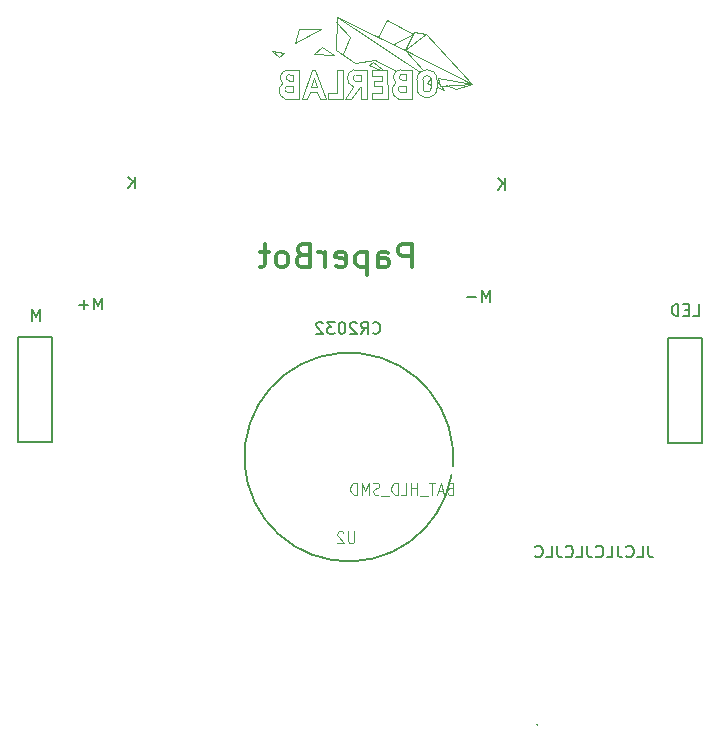
<source format=gbr>
%TF.GenerationSoftware,KiCad,Pcbnew,7.0.8*%
%TF.CreationDate,2024-11-20T01:05:03+01:00*%
%TF.ProjectId,PaperBot,50617065-7242-46f7-942e-6b696361645f,rev?*%
%TF.SameCoordinates,Original*%
%TF.FileFunction,Legend,Bot*%
%TF.FilePolarity,Positive*%
%FSLAX46Y46*%
G04 Gerber Fmt 4.6, Leading zero omitted, Abs format (unit mm)*
G04 Created by KiCad (PCBNEW 7.0.8) date 2024-11-20 01:05:03*
%MOMM*%
%LPD*%
G01*
G04 APERTURE LIST*
%ADD10C,0.150000*%
%ADD11C,0.300000*%
%ADD12C,0.050000*%
%ADD13C,0.120000*%
%ADD14C,0.010000*%
G04 APERTURE END LIST*
D10*
X136199999Y-83900000D02*
G75*
G03*
X136101831Y-84635617I-8799999J800000D01*
G01*
X154400000Y-73000000D02*
X157300000Y-73000000D01*
X157300000Y-81900000D01*
X154400000Y-81900000D01*
X154400000Y-73000000D01*
X99400000Y-72900000D02*
X102300000Y-72900000D01*
X102300000Y-81800000D01*
X99400000Y-81800000D01*
X99400000Y-72900000D01*
X100566667Y-71554819D02*
X100566667Y-70554819D01*
X100566667Y-70554819D02*
X100900000Y-71269104D01*
X100900000Y-71269104D02*
X101233333Y-70554819D01*
X101233333Y-70554819D02*
X101233333Y-71554819D01*
X140613220Y-60459819D02*
X140613220Y-59459819D01*
X140041792Y-60459819D02*
X140470363Y-59888390D01*
X140041792Y-59459819D02*
X140613220Y-60031247D01*
X156542857Y-71154819D02*
X157019047Y-71154819D01*
X157019047Y-71154819D02*
X157019047Y-70154819D01*
X156209523Y-70631009D02*
X155876190Y-70631009D01*
X155733333Y-71154819D02*
X156209523Y-71154819D01*
X156209523Y-71154819D02*
X156209523Y-70154819D01*
X156209523Y-70154819D02*
X155733333Y-70154819D01*
X155304761Y-71154819D02*
X155304761Y-70154819D01*
X155304761Y-70154819D02*
X155066666Y-70154819D01*
X155066666Y-70154819D02*
X154923809Y-70202438D01*
X154923809Y-70202438D02*
X154828571Y-70297676D01*
X154828571Y-70297676D02*
X154780952Y-70392914D01*
X154780952Y-70392914D02*
X154733333Y-70583390D01*
X154733333Y-70583390D02*
X154733333Y-70726247D01*
X154733333Y-70726247D02*
X154780952Y-70916723D01*
X154780952Y-70916723D02*
X154828571Y-71011961D01*
X154828571Y-71011961D02*
X154923809Y-71107200D01*
X154923809Y-71107200D02*
X155066666Y-71154819D01*
X155066666Y-71154819D02*
X155304761Y-71154819D01*
X152757506Y-90599819D02*
X152757506Y-91314104D01*
X152757506Y-91314104D02*
X152805125Y-91456961D01*
X152805125Y-91456961D02*
X152900363Y-91552200D01*
X152900363Y-91552200D02*
X153043220Y-91599819D01*
X153043220Y-91599819D02*
X153138458Y-91599819D01*
X151805125Y-91599819D02*
X152281315Y-91599819D01*
X152281315Y-91599819D02*
X152281315Y-90599819D01*
X150900363Y-91504580D02*
X150947982Y-91552200D01*
X150947982Y-91552200D02*
X151090839Y-91599819D01*
X151090839Y-91599819D02*
X151186077Y-91599819D01*
X151186077Y-91599819D02*
X151328934Y-91552200D01*
X151328934Y-91552200D02*
X151424172Y-91456961D01*
X151424172Y-91456961D02*
X151471791Y-91361723D01*
X151471791Y-91361723D02*
X151519410Y-91171247D01*
X151519410Y-91171247D02*
X151519410Y-91028390D01*
X151519410Y-91028390D02*
X151471791Y-90837914D01*
X151471791Y-90837914D02*
X151424172Y-90742676D01*
X151424172Y-90742676D02*
X151328934Y-90647438D01*
X151328934Y-90647438D02*
X151186077Y-90599819D01*
X151186077Y-90599819D02*
X151090839Y-90599819D01*
X151090839Y-90599819D02*
X150947982Y-90647438D01*
X150947982Y-90647438D02*
X150900363Y-90695057D01*
X150186077Y-90599819D02*
X150186077Y-91314104D01*
X150186077Y-91314104D02*
X150233696Y-91456961D01*
X150233696Y-91456961D02*
X150328934Y-91552200D01*
X150328934Y-91552200D02*
X150471791Y-91599819D01*
X150471791Y-91599819D02*
X150567029Y-91599819D01*
X149233696Y-91599819D02*
X149709886Y-91599819D01*
X149709886Y-91599819D02*
X149709886Y-90599819D01*
X148328934Y-91504580D02*
X148376553Y-91552200D01*
X148376553Y-91552200D02*
X148519410Y-91599819D01*
X148519410Y-91599819D02*
X148614648Y-91599819D01*
X148614648Y-91599819D02*
X148757505Y-91552200D01*
X148757505Y-91552200D02*
X148852743Y-91456961D01*
X148852743Y-91456961D02*
X148900362Y-91361723D01*
X148900362Y-91361723D02*
X148947981Y-91171247D01*
X148947981Y-91171247D02*
X148947981Y-91028390D01*
X148947981Y-91028390D02*
X148900362Y-90837914D01*
X148900362Y-90837914D02*
X148852743Y-90742676D01*
X148852743Y-90742676D02*
X148757505Y-90647438D01*
X148757505Y-90647438D02*
X148614648Y-90599819D01*
X148614648Y-90599819D02*
X148519410Y-90599819D01*
X148519410Y-90599819D02*
X148376553Y-90647438D01*
X148376553Y-90647438D02*
X148328934Y-90695057D01*
X147614648Y-90599819D02*
X147614648Y-91314104D01*
X147614648Y-91314104D02*
X147662267Y-91456961D01*
X147662267Y-91456961D02*
X147757505Y-91552200D01*
X147757505Y-91552200D02*
X147900362Y-91599819D01*
X147900362Y-91599819D02*
X147995600Y-91599819D01*
X146662267Y-91599819D02*
X147138457Y-91599819D01*
X147138457Y-91599819D02*
X147138457Y-90599819D01*
X145757505Y-91504580D02*
X145805124Y-91552200D01*
X145805124Y-91552200D02*
X145947981Y-91599819D01*
X145947981Y-91599819D02*
X146043219Y-91599819D01*
X146043219Y-91599819D02*
X146186076Y-91552200D01*
X146186076Y-91552200D02*
X146281314Y-91456961D01*
X146281314Y-91456961D02*
X146328933Y-91361723D01*
X146328933Y-91361723D02*
X146376552Y-91171247D01*
X146376552Y-91171247D02*
X146376552Y-91028390D01*
X146376552Y-91028390D02*
X146328933Y-90837914D01*
X146328933Y-90837914D02*
X146281314Y-90742676D01*
X146281314Y-90742676D02*
X146186076Y-90647438D01*
X146186076Y-90647438D02*
X146043219Y-90599819D01*
X146043219Y-90599819D02*
X145947981Y-90599819D01*
X145947981Y-90599819D02*
X145805124Y-90647438D01*
X145805124Y-90647438D02*
X145757505Y-90695057D01*
X145043219Y-90599819D02*
X145043219Y-91314104D01*
X145043219Y-91314104D02*
X145090838Y-91456961D01*
X145090838Y-91456961D02*
X145186076Y-91552200D01*
X145186076Y-91552200D02*
X145328933Y-91599819D01*
X145328933Y-91599819D02*
X145424171Y-91599819D01*
X144090838Y-91599819D02*
X144567028Y-91599819D01*
X144567028Y-91599819D02*
X144567028Y-90599819D01*
X143186076Y-91504580D02*
X143233695Y-91552200D01*
X143233695Y-91552200D02*
X143376552Y-91599819D01*
X143376552Y-91599819D02*
X143471790Y-91599819D01*
X143471790Y-91599819D02*
X143614647Y-91552200D01*
X143614647Y-91552200D02*
X143709885Y-91456961D01*
X143709885Y-91456961D02*
X143757504Y-91361723D01*
X143757504Y-91361723D02*
X143805123Y-91171247D01*
X143805123Y-91171247D02*
X143805123Y-91028390D01*
X143805123Y-91028390D02*
X143757504Y-90837914D01*
X143757504Y-90837914D02*
X143709885Y-90742676D01*
X143709885Y-90742676D02*
X143614647Y-90647438D01*
X143614647Y-90647438D02*
X143471790Y-90599819D01*
X143471790Y-90599819D02*
X143376552Y-90599819D01*
X143376552Y-90599819D02*
X143233695Y-90647438D01*
X143233695Y-90647438D02*
X143186076Y-90695057D01*
X129441792Y-72574580D02*
X129489411Y-72622200D01*
X129489411Y-72622200D02*
X129632268Y-72669819D01*
X129632268Y-72669819D02*
X129727506Y-72669819D01*
X129727506Y-72669819D02*
X129870363Y-72622200D01*
X129870363Y-72622200D02*
X129965601Y-72526961D01*
X129965601Y-72526961D02*
X130013220Y-72431723D01*
X130013220Y-72431723D02*
X130060839Y-72241247D01*
X130060839Y-72241247D02*
X130060839Y-72098390D01*
X130060839Y-72098390D02*
X130013220Y-71907914D01*
X130013220Y-71907914D02*
X129965601Y-71812676D01*
X129965601Y-71812676D02*
X129870363Y-71717438D01*
X129870363Y-71717438D02*
X129727506Y-71669819D01*
X129727506Y-71669819D02*
X129632268Y-71669819D01*
X129632268Y-71669819D02*
X129489411Y-71717438D01*
X129489411Y-71717438D02*
X129441792Y-71765057D01*
X128441792Y-72669819D02*
X128775125Y-72193628D01*
X129013220Y-72669819D02*
X129013220Y-71669819D01*
X129013220Y-71669819D02*
X128632268Y-71669819D01*
X128632268Y-71669819D02*
X128537030Y-71717438D01*
X128537030Y-71717438D02*
X128489411Y-71765057D01*
X128489411Y-71765057D02*
X128441792Y-71860295D01*
X128441792Y-71860295D02*
X128441792Y-72003152D01*
X128441792Y-72003152D02*
X128489411Y-72098390D01*
X128489411Y-72098390D02*
X128537030Y-72146009D01*
X128537030Y-72146009D02*
X128632268Y-72193628D01*
X128632268Y-72193628D02*
X129013220Y-72193628D01*
X128060839Y-71765057D02*
X128013220Y-71717438D01*
X128013220Y-71717438D02*
X127917982Y-71669819D01*
X127917982Y-71669819D02*
X127679887Y-71669819D01*
X127679887Y-71669819D02*
X127584649Y-71717438D01*
X127584649Y-71717438D02*
X127537030Y-71765057D01*
X127537030Y-71765057D02*
X127489411Y-71860295D01*
X127489411Y-71860295D02*
X127489411Y-71955533D01*
X127489411Y-71955533D02*
X127537030Y-72098390D01*
X127537030Y-72098390D02*
X128108458Y-72669819D01*
X128108458Y-72669819D02*
X127489411Y-72669819D01*
X126870363Y-71669819D02*
X126775125Y-71669819D01*
X126775125Y-71669819D02*
X126679887Y-71717438D01*
X126679887Y-71717438D02*
X126632268Y-71765057D01*
X126632268Y-71765057D02*
X126584649Y-71860295D01*
X126584649Y-71860295D02*
X126537030Y-72050771D01*
X126537030Y-72050771D02*
X126537030Y-72288866D01*
X126537030Y-72288866D02*
X126584649Y-72479342D01*
X126584649Y-72479342D02*
X126632268Y-72574580D01*
X126632268Y-72574580D02*
X126679887Y-72622200D01*
X126679887Y-72622200D02*
X126775125Y-72669819D01*
X126775125Y-72669819D02*
X126870363Y-72669819D01*
X126870363Y-72669819D02*
X126965601Y-72622200D01*
X126965601Y-72622200D02*
X127013220Y-72574580D01*
X127013220Y-72574580D02*
X127060839Y-72479342D01*
X127060839Y-72479342D02*
X127108458Y-72288866D01*
X127108458Y-72288866D02*
X127108458Y-72050771D01*
X127108458Y-72050771D02*
X127060839Y-71860295D01*
X127060839Y-71860295D02*
X127013220Y-71765057D01*
X127013220Y-71765057D02*
X126965601Y-71717438D01*
X126965601Y-71717438D02*
X126870363Y-71669819D01*
X126203696Y-71669819D02*
X125584649Y-71669819D01*
X125584649Y-71669819D02*
X125917982Y-72050771D01*
X125917982Y-72050771D02*
X125775125Y-72050771D01*
X125775125Y-72050771D02*
X125679887Y-72098390D01*
X125679887Y-72098390D02*
X125632268Y-72146009D01*
X125632268Y-72146009D02*
X125584649Y-72241247D01*
X125584649Y-72241247D02*
X125584649Y-72479342D01*
X125584649Y-72479342D02*
X125632268Y-72574580D01*
X125632268Y-72574580D02*
X125679887Y-72622200D01*
X125679887Y-72622200D02*
X125775125Y-72669819D01*
X125775125Y-72669819D02*
X126060839Y-72669819D01*
X126060839Y-72669819D02*
X126156077Y-72622200D01*
X126156077Y-72622200D02*
X126203696Y-72574580D01*
X125203696Y-71765057D02*
X125156077Y-71717438D01*
X125156077Y-71717438D02*
X125060839Y-71669819D01*
X125060839Y-71669819D02*
X124822744Y-71669819D01*
X124822744Y-71669819D02*
X124727506Y-71717438D01*
X124727506Y-71717438D02*
X124679887Y-71765057D01*
X124679887Y-71765057D02*
X124632268Y-71860295D01*
X124632268Y-71860295D02*
X124632268Y-71955533D01*
X124632268Y-71955533D02*
X124679887Y-72098390D01*
X124679887Y-72098390D02*
X125251315Y-72669819D01*
X125251315Y-72669819D02*
X124632268Y-72669819D01*
D11*
X132726441Y-67039638D02*
X132726441Y-65039638D01*
X132726441Y-65039638D02*
X131964536Y-65039638D01*
X131964536Y-65039638D02*
X131774060Y-65134876D01*
X131774060Y-65134876D02*
X131678822Y-65230114D01*
X131678822Y-65230114D02*
X131583584Y-65420590D01*
X131583584Y-65420590D02*
X131583584Y-65706304D01*
X131583584Y-65706304D02*
X131678822Y-65896780D01*
X131678822Y-65896780D02*
X131774060Y-65992019D01*
X131774060Y-65992019D02*
X131964536Y-66087257D01*
X131964536Y-66087257D02*
X132726441Y-66087257D01*
X129869298Y-67039638D02*
X129869298Y-65992019D01*
X129869298Y-65992019D02*
X129964536Y-65801542D01*
X129964536Y-65801542D02*
X130155012Y-65706304D01*
X130155012Y-65706304D02*
X130535965Y-65706304D01*
X130535965Y-65706304D02*
X130726441Y-65801542D01*
X129869298Y-66944400D02*
X130059774Y-67039638D01*
X130059774Y-67039638D02*
X130535965Y-67039638D01*
X130535965Y-67039638D02*
X130726441Y-66944400D01*
X130726441Y-66944400D02*
X130821679Y-66753923D01*
X130821679Y-66753923D02*
X130821679Y-66563447D01*
X130821679Y-66563447D02*
X130726441Y-66372971D01*
X130726441Y-66372971D02*
X130535965Y-66277733D01*
X130535965Y-66277733D02*
X130059774Y-66277733D01*
X130059774Y-66277733D02*
X129869298Y-66182495D01*
X128916917Y-65706304D02*
X128916917Y-67706304D01*
X128916917Y-65801542D02*
X128726441Y-65706304D01*
X128726441Y-65706304D02*
X128345488Y-65706304D01*
X128345488Y-65706304D02*
X128155012Y-65801542D01*
X128155012Y-65801542D02*
X128059774Y-65896780D01*
X128059774Y-65896780D02*
X127964536Y-66087257D01*
X127964536Y-66087257D02*
X127964536Y-66658685D01*
X127964536Y-66658685D02*
X128059774Y-66849161D01*
X128059774Y-66849161D02*
X128155012Y-66944400D01*
X128155012Y-66944400D02*
X128345488Y-67039638D01*
X128345488Y-67039638D02*
X128726441Y-67039638D01*
X128726441Y-67039638D02*
X128916917Y-66944400D01*
X126345488Y-66944400D02*
X126535964Y-67039638D01*
X126535964Y-67039638D02*
X126916917Y-67039638D01*
X126916917Y-67039638D02*
X127107393Y-66944400D01*
X127107393Y-66944400D02*
X127202631Y-66753923D01*
X127202631Y-66753923D02*
X127202631Y-65992019D01*
X127202631Y-65992019D02*
X127107393Y-65801542D01*
X127107393Y-65801542D02*
X126916917Y-65706304D01*
X126916917Y-65706304D02*
X126535964Y-65706304D01*
X126535964Y-65706304D02*
X126345488Y-65801542D01*
X126345488Y-65801542D02*
X126250250Y-65992019D01*
X126250250Y-65992019D02*
X126250250Y-66182495D01*
X126250250Y-66182495D02*
X127202631Y-66372971D01*
X125393107Y-67039638D02*
X125393107Y-65706304D01*
X125393107Y-66087257D02*
X125297869Y-65896780D01*
X125297869Y-65896780D02*
X125202631Y-65801542D01*
X125202631Y-65801542D02*
X125012155Y-65706304D01*
X125012155Y-65706304D02*
X124821678Y-65706304D01*
X123488345Y-65992019D02*
X123202631Y-66087257D01*
X123202631Y-66087257D02*
X123107393Y-66182495D01*
X123107393Y-66182495D02*
X123012155Y-66372971D01*
X123012155Y-66372971D02*
X123012155Y-66658685D01*
X123012155Y-66658685D02*
X123107393Y-66849161D01*
X123107393Y-66849161D02*
X123202631Y-66944400D01*
X123202631Y-66944400D02*
X123393107Y-67039638D01*
X123393107Y-67039638D02*
X124155012Y-67039638D01*
X124155012Y-67039638D02*
X124155012Y-65039638D01*
X124155012Y-65039638D02*
X123488345Y-65039638D01*
X123488345Y-65039638D02*
X123297869Y-65134876D01*
X123297869Y-65134876D02*
X123202631Y-65230114D01*
X123202631Y-65230114D02*
X123107393Y-65420590D01*
X123107393Y-65420590D02*
X123107393Y-65611066D01*
X123107393Y-65611066D02*
X123202631Y-65801542D01*
X123202631Y-65801542D02*
X123297869Y-65896780D01*
X123297869Y-65896780D02*
X123488345Y-65992019D01*
X123488345Y-65992019D02*
X124155012Y-65992019D01*
X121869298Y-67039638D02*
X122059774Y-66944400D01*
X122059774Y-66944400D02*
X122155012Y-66849161D01*
X122155012Y-66849161D02*
X122250250Y-66658685D01*
X122250250Y-66658685D02*
X122250250Y-66087257D01*
X122250250Y-66087257D02*
X122155012Y-65896780D01*
X122155012Y-65896780D02*
X122059774Y-65801542D01*
X122059774Y-65801542D02*
X121869298Y-65706304D01*
X121869298Y-65706304D02*
X121583583Y-65706304D01*
X121583583Y-65706304D02*
X121393107Y-65801542D01*
X121393107Y-65801542D02*
X121297869Y-65896780D01*
X121297869Y-65896780D02*
X121202631Y-66087257D01*
X121202631Y-66087257D02*
X121202631Y-66658685D01*
X121202631Y-66658685D02*
X121297869Y-66849161D01*
X121297869Y-66849161D02*
X121393107Y-66944400D01*
X121393107Y-66944400D02*
X121583583Y-67039638D01*
X121583583Y-67039638D02*
X121869298Y-67039638D01*
X120631202Y-65706304D02*
X119869298Y-65706304D01*
X120345488Y-65039638D02*
X120345488Y-66753923D01*
X120345488Y-66753923D02*
X120250250Y-66944400D01*
X120250250Y-66944400D02*
X120059774Y-67039638D01*
X120059774Y-67039638D02*
X119869298Y-67039638D01*
D10*
X109313220Y-60359819D02*
X109313220Y-59359819D01*
X108741792Y-60359819D02*
X109170363Y-59788390D01*
X108741792Y-59359819D02*
X109313220Y-59931247D01*
X139352380Y-69954819D02*
X139352380Y-68954819D01*
X139352380Y-68954819D02*
X139019047Y-69669104D01*
X139019047Y-69669104D02*
X138685714Y-68954819D01*
X138685714Y-68954819D02*
X138685714Y-69954819D01*
X138209523Y-69573866D02*
X137447619Y-69573866D01*
X106502380Y-70604819D02*
X106502380Y-69604819D01*
X106502380Y-69604819D02*
X106169047Y-70319104D01*
X106169047Y-70319104D02*
X105835714Y-69604819D01*
X105835714Y-69604819D02*
X105835714Y-70604819D01*
X105359523Y-70223866D02*
X104597619Y-70223866D01*
X104978571Y-70604819D02*
X104978571Y-69842914D01*
D12*
X127855714Y-89400019D02*
X127855714Y-90209542D01*
X127855714Y-90209542D02*
X127812857Y-90304780D01*
X127812857Y-90304780D02*
X127770000Y-90352400D01*
X127770000Y-90352400D02*
X127684285Y-90400019D01*
X127684285Y-90400019D02*
X127512857Y-90400019D01*
X127512857Y-90400019D02*
X127427142Y-90352400D01*
X127427142Y-90352400D02*
X127384285Y-90304780D01*
X127384285Y-90304780D02*
X127341428Y-90209542D01*
X127341428Y-90209542D02*
X127341428Y-89400019D01*
X126955714Y-89495257D02*
X126912857Y-89447638D01*
X126912857Y-89447638D02*
X126827143Y-89400019D01*
X126827143Y-89400019D02*
X126612857Y-89400019D01*
X126612857Y-89400019D02*
X126527143Y-89447638D01*
X126527143Y-89447638D02*
X126484285Y-89495257D01*
X126484285Y-89495257D02*
X126441428Y-89590495D01*
X126441428Y-89590495D02*
X126441428Y-89685733D01*
X126441428Y-89685733D02*
X126484285Y-89828590D01*
X126484285Y-89828590D02*
X126998571Y-90400019D01*
X126998571Y-90400019D02*
X126441428Y-90400019D01*
X135948570Y-85756209D02*
X135819998Y-85803828D01*
X135819998Y-85803828D02*
X135777141Y-85851447D01*
X135777141Y-85851447D02*
X135734284Y-85946685D01*
X135734284Y-85946685D02*
X135734284Y-86089542D01*
X135734284Y-86089542D02*
X135777141Y-86184780D01*
X135777141Y-86184780D02*
X135819998Y-86232400D01*
X135819998Y-86232400D02*
X135905713Y-86280019D01*
X135905713Y-86280019D02*
X136248570Y-86280019D01*
X136248570Y-86280019D02*
X136248570Y-85280019D01*
X136248570Y-85280019D02*
X135948570Y-85280019D01*
X135948570Y-85280019D02*
X135862856Y-85327638D01*
X135862856Y-85327638D02*
X135819998Y-85375257D01*
X135819998Y-85375257D02*
X135777141Y-85470495D01*
X135777141Y-85470495D02*
X135777141Y-85565733D01*
X135777141Y-85565733D02*
X135819998Y-85660971D01*
X135819998Y-85660971D02*
X135862856Y-85708590D01*
X135862856Y-85708590D02*
X135948570Y-85756209D01*
X135948570Y-85756209D02*
X136248570Y-85756209D01*
X135391427Y-85994304D02*
X134962856Y-85994304D01*
X135477141Y-86280019D02*
X135177141Y-85280019D01*
X135177141Y-85280019D02*
X134877141Y-86280019D01*
X134705712Y-85280019D02*
X134191427Y-85280019D01*
X134448569Y-86280019D02*
X134448569Y-85280019D01*
X134105713Y-86375257D02*
X133419998Y-86375257D01*
X133205713Y-86280019D02*
X133205713Y-85280019D01*
X133205713Y-85756209D02*
X132691427Y-85756209D01*
X132691427Y-86280019D02*
X132691427Y-85280019D01*
X131834284Y-86280019D02*
X132262856Y-86280019D01*
X132262856Y-86280019D02*
X132262856Y-85280019D01*
X131534285Y-86280019D02*
X131534285Y-85280019D01*
X131534285Y-85280019D02*
X131319999Y-85280019D01*
X131319999Y-85280019D02*
X131191428Y-85327638D01*
X131191428Y-85327638D02*
X131105713Y-85422876D01*
X131105713Y-85422876D02*
X131062856Y-85518114D01*
X131062856Y-85518114D02*
X131019999Y-85708590D01*
X131019999Y-85708590D02*
X131019999Y-85851447D01*
X131019999Y-85851447D02*
X131062856Y-86041923D01*
X131062856Y-86041923D02*
X131105713Y-86137161D01*
X131105713Y-86137161D02*
X131191428Y-86232400D01*
X131191428Y-86232400D02*
X131319999Y-86280019D01*
X131319999Y-86280019D02*
X131534285Y-86280019D01*
X130848571Y-86375257D02*
X130162856Y-86375257D01*
X129991428Y-86232400D02*
X129862857Y-86280019D01*
X129862857Y-86280019D02*
X129648571Y-86280019D01*
X129648571Y-86280019D02*
X129562857Y-86232400D01*
X129562857Y-86232400D02*
X129519999Y-86184780D01*
X129519999Y-86184780D02*
X129477142Y-86089542D01*
X129477142Y-86089542D02*
X129477142Y-85994304D01*
X129477142Y-85994304D02*
X129519999Y-85899066D01*
X129519999Y-85899066D02*
X129562857Y-85851447D01*
X129562857Y-85851447D02*
X129648571Y-85803828D01*
X129648571Y-85803828D02*
X129819999Y-85756209D01*
X129819999Y-85756209D02*
X129905714Y-85708590D01*
X129905714Y-85708590D02*
X129948571Y-85660971D01*
X129948571Y-85660971D02*
X129991428Y-85565733D01*
X129991428Y-85565733D02*
X129991428Y-85470495D01*
X129991428Y-85470495D02*
X129948571Y-85375257D01*
X129948571Y-85375257D02*
X129905714Y-85327638D01*
X129905714Y-85327638D02*
X129819999Y-85280019D01*
X129819999Y-85280019D02*
X129605714Y-85280019D01*
X129605714Y-85280019D02*
X129477142Y-85327638D01*
X129091428Y-86280019D02*
X129091428Y-85280019D01*
X129091428Y-85280019D02*
X128791428Y-85994304D01*
X128791428Y-85994304D02*
X128491428Y-85280019D01*
X128491428Y-85280019D02*
X128491428Y-86280019D01*
X128062857Y-86280019D02*
X128062857Y-85280019D01*
X128062857Y-85280019D02*
X127848571Y-85280019D01*
X127848571Y-85280019D02*
X127720000Y-85327638D01*
X127720000Y-85327638D02*
X127634285Y-85422876D01*
X127634285Y-85422876D02*
X127591428Y-85518114D01*
X127591428Y-85518114D02*
X127548571Y-85708590D01*
X127548571Y-85708590D02*
X127548571Y-85851447D01*
X127548571Y-85851447D02*
X127591428Y-86041923D01*
X127591428Y-86041923D02*
X127634285Y-86137161D01*
X127634285Y-86137161D02*
X127720000Y-86232400D01*
X127720000Y-86232400D02*
X127848571Y-86280019D01*
X127848571Y-86280019D02*
X128062857Y-86280019D01*
%TO.C,G\u002A\u002A\u002A*%
X120925000Y-48750000D02*
X121500000Y-49225000D01*
X121500000Y-49225000D02*
X121925000Y-48900000D01*
X121925000Y-48900000D02*
X120925000Y-48750000D01*
D13*
X122250000Y-50338605D02*
X123150000Y-50325000D01*
X122649999Y-51720050D02*
X122249999Y-51720050D01*
X122650000Y-50725000D02*
X122400000Y-50725000D01*
X122650000Y-50775000D02*
X122650000Y-51225000D01*
X122650000Y-51225000D02*
X122350000Y-51225000D01*
X122650000Y-51725000D02*
X122650000Y-52225000D01*
X122650000Y-52225000D02*
X122200000Y-52225000D01*
D12*
X122875000Y-48025000D02*
X123225000Y-46850000D01*
D13*
X123150000Y-50325000D02*
X123200000Y-52775000D01*
X123200000Y-52775000D02*
X122000000Y-52775000D01*
D12*
X123225000Y-46850000D02*
X125025000Y-46900000D01*
D13*
X123475000Y-52775000D02*
X124250000Y-50325000D01*
X123875000Y-52775000D02*
X123475000Y-52775000D01*
X124125000Y-52175000D02*
X123875000Y-52775000D01*
X124200000Y-51775000D02*
X124425000Y-51025000D01*
X124250000Y-50325000D02*
X124575000Y-50325000D01*
X124425000Y-51025000D02*
X124700000Y-51775000D01*
D12*
X124450000Y-48950000D02*
X126125000Y-49050000D01*
D13*
X124575000Y-50325000D02*
X125475000Y-52775000D01*
X124700000Y-51775000D02*
X124200000Y-51775000D01*
X124725000Y-52175000D02*
X124125000Y-52175000D01*
X124975000Y-52775000D02*
X124725000Y-52175000D01*
X124975000Y-52775000D02*
X125475000Y-52775000D01*
D12*
X125025000Y-46900000D02*
X122875000Y-48025000D01*
X125150000Y-48375000D02*
X124450000Y-48950000D01*
D13*
X125650000Y-52300000D02*
X125650000Y-52750000D01*
X125650000Y-52750000D02*
X126900000Y-52750000D01*
D12*
X126150000Y-49050000D02*
X125150000Y-48375000D01*
X126300000Y-48600000D02*
X127925000Y-49725000D01*
X126350000Y-46275000D02*
X127475000Y-47500000D01*
X126375000Y-45875000D02*
X126300000Y-48600000D01*
D13*
X126400000Y-52300000D02*
X125650000Y-52300000D01*
X126425000Y-50300000D02*
X126400000Y-52300000D01*
X126875000Y-50300000D02*
X126425000Y-50300000D01*
X126900000Y-52750000D02*
X126875000Y-50300000D01*
X127075000Y-52750000D02*
X127775000Y-51800000D01*
X127175000Y-52750000D02*
X127075000Y-52750000D01*
D12*
X127475000Y-47500000D02*
X126900000Y-49000000D01*
D13*
X127575000Y-52750000D02*
X127175000Y-52750000D01*
X127816269Y-50294594D02*
X128925000Y-50300000D01*
D12*
X127925000Y-49725000D02*
X129600000Y-49500000D01*
D13*
X127975000Y-50750000D02*
X128425000Y-50750000D01*
X128325000Y-51800000D02*
X127575000Y-52750000D01*
X128425000Y-50750000D02*
X128425000Y-51300000D01*
X128425000Y-51300000D02*
X127925000Y-51300000D01*
X128475000Y-51800000D02*
X128325000Y-51800000D01*
X128475000Y-52750000D02*
X128475000Y-51800000D01*
X128925000Y-50300000D02*
X128925000Y-52750000D01*
X128925000Y-52750000D02*
X128475000Y-52750000D01*
D12*
X129075000Y-49950000D02*
X130050000Y-50300000D01*
D13*
X129375000Y-50300000D02*
X130675000Y-50300000D01*
X129375000Y-50800000D02*
X129375000Y-50300000D01*
X129375000Y-52250000D02*
X130225000Y-52250000D01*
X129375000Y-52750000D02*
X129375000Y-52250000D01*
D12*
X129475000Y-49675000D02*
X129075000Y-49950000D01*
D13*
X129575000Y-51250000D02*
X130225000Y-51250000D01*
X129575000Y-51700000D02*
X129575000Y-51250000D01*
D12*
X129600000Y-49500000D02*
X131425000Y-50400000D01*
X129850000Y-47500000D02*
X126375000Y-45875000D01*
X129850000Y-47500000D02*
X132175000Y-48650000D01*
D13*
X130225000Y-50800000D02*
X129375000Y-50800000D01*
X130225000Y-51250000D02*
X130225000Y-50800000D01*
X130225000Y-51700000D02*
X129575000Y-51700000D01*
X130225000Y-52250000D02*
X130225000Y-51700000D01*
D12*
X130250000Y-50275000D02*
X129475000Y-49675000D01*
X130600000Y-46075000D02*
X129850000Y-47500000D01*
X130600000Y-46075000D02*
X132800000Y-47250000D01*
D13*
X130625000Y-52750000D02*
X129375000Y-52750000D01*
X130675000Y-50300000D02*
X130725000Y-52750000D01*
X130725000Y-52750000D02*
X130625000Y-52750000D01*
X131825000Y-50313605D02*
X132725000Y-50300000D01*
D12*
X132175000Y-48650000D02*
X133650000Y-50375000D01*
X132175000Y-48650000D02*
X137825000Y-51500000D01*
D13*
X132224999Y-51695050D02*
X131824999Y-51695050D01*
X132225000Y-50700000D02*
X131975000Y-50700000D01*
X132225000Y-50750000D02*
X132225000Y-51200000D01*
X132225000Y-51200000D02*
X131925000Y-51200000D01*
X132225000Y-51700000D02*
X132225000Y-52200000D01*
X132225000Y-52200000D02*
X131775000Y-52200000D01*
X132725000Y-50300000D02*
X132775000Y-52750000D01*
X132775000Y-52750000D02*
X131575000Y-52750000D01*
D12*
X132800000Y-47250000D02*
X131225000Y-48150000D01*
X132900000Y-47075000D02*
X132175000Y-48650000D01*
D13*
X133175000Y-51150000D02*
X133175000Y-51850000D01*
D12*
X133475000Y-50475000D02*
X126375000Y-45875000D01*
D13*
X133675000Y-51150000D02*
X133675000Y-51800000D01*
D12*
X133925000Y-47325000D02*
X132175000Y-48650000D01*
X133925000Y-47325000D02*
X132900000Y-47075000D01*
X134000000Y-51400000D02*
X134375000Y-51575000D01*
X134325000Y-51000000D02*
X134000000Y-51400000D01*
D13*
X134375000Y-51150000D02*
X134375000Y-51850000D01*
D12*
X134875000Y-51750000D02*
X135425000Y-52025000D01*
D13*
X134875000Y-51850000D02*
X134875000Y-51150000D01*
D12*
X134925000Y-51025000D02*
X135150000Y-51650000D01*
X135150000Y-51650000D02*
X137825000Y-51500000D01*
X135425000Y-52025000D02*
X134850000Y-51225000D01*
X136500000Y-51975000D02*
X135675000Y-51625000D01*
X137825000Y-51500000D02*
X133925000Y-47325000D01*
X137825000Y-51500000D02*
X134925000Y-51025000D01*
X137825000Y-51500000D02*
X136500000Y-51975000D01*
D13*
X122250000Y-50338606D02*
G75*
G03*
X121800001Y-51424999I0J-636394D01*
G01*
X121823744Y-51466064D02*
G75*
G03*
X122000001Y-52774998I426255J-608936D01*
G01*
X122249999Y-51720051D02*
G75*
G03*
X122200001Y-52224998I1J-254949D01*
G01*
X122410634Y-50732464D02*
G75*
G03*
X122350000Y-51225000I-60634J-242536D01*
G01*
X127816269Y-50294595D02*
G75*
G03*
X127800001Y-51749998I233731J-730405D01*
G01*
X127925001Y-50750002D02*
G75*
G03*
X127925001Y-51299998I124999J-274998D01*
G01*
X131825000Y-50313606D02*
G75*
G03*
X131375001Y-51399999I0J-636394D01*
G01*
X131398744Y-51441064D02*
G75*
G03*
X131575001Y-52749998I426255J-608936D01*
G01*
X131824999Y-51695051D02*
G75*
G03*
X131775001Y-52199998I1J-254949D01*
G01*
X131985634Y-50707464D02*
G75*
G03*
X131925000Y-51200000I-60634J-242536D01*
G01*
X134875000Y-51150000D02*
G75*
G03*
X133175000Y-51150000I-850000J0D01*
G01*
X134375000Y-51150000D02*
G75*
G03*
X133675000Y-51150000I-350000J0D01*
G01*
X133675000Y-51850000D02*
G75*
G03*
X134375000Y-51850000I350000J0D01*
G01*
X133175000Y-51850000D02*
G75*
G03*
X134875000Y-51850000I850000J0D01*
G01*
D14*
X143372361Y-105745226D02*
X143308542Y-105809045D01*
X143244723Y-105745226D01*
X143308542Y-105681407D01*
X143372361Y-105745226D01*
G36*
X143372361Y-105745226D02*
G01*
X143308542Y-105809045D01*
X143244723Y-105745226D01*
X143308542Y-105681407D01*
X143372361Y-105745226D01*
G37*
%TD*%
M02*

</source>
